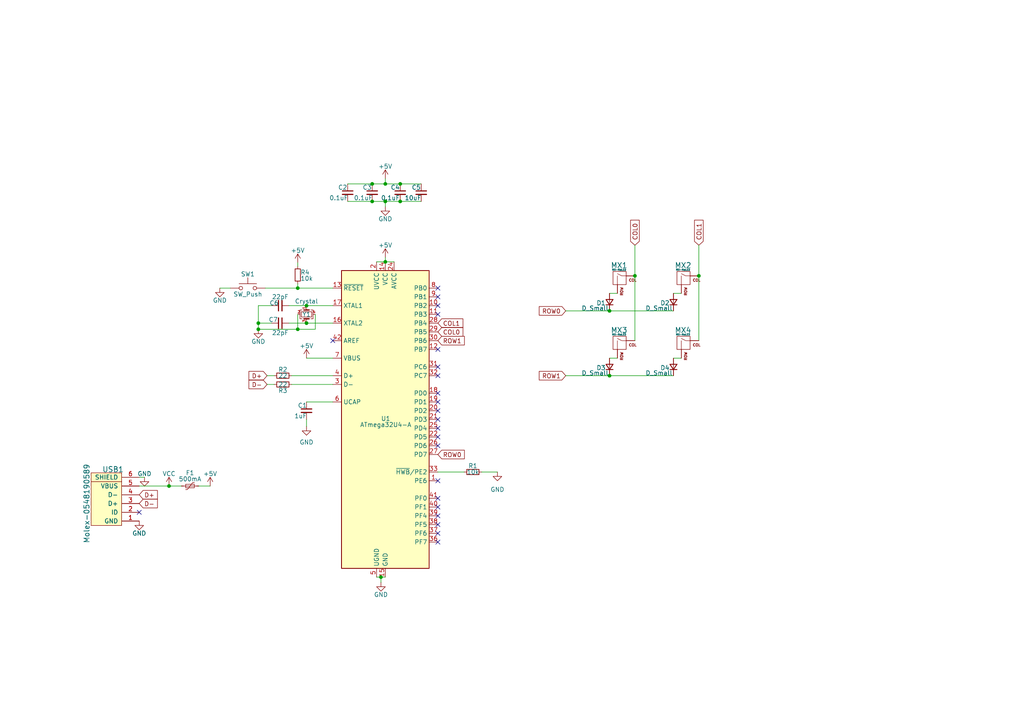
<source format=kicad_sch>
(kicad_sch (version 20211123) (generator eeschema)
  (paper "A4")
  (lib_symbols
    (symbol "Device:C_Small" (pin_numbers hide) (pin_names (offset 0.254) hide)
      (property "Reference" "C" (at 0.254 1.778 0))
      (property "Value" "C_Small" (at 0.254 -2.032 0))
      (symbol "C_Small_0_1"
        (polyline (pts (xy -1.524 -0.508) (xy 1.524 -0.508)) (stroke (width 0.3302)))
        (polyline (pts (xy -1.524 0.508) (xy 1.524 0.508)) (stroke (width 0.3048)))
      )
      (symbol "C_Small_1_1"
        (pin passive line (at 0 2.54 270) (length 2.032) (name "~") (number "1"))
        (pin passive line (at 0 -2.54 90) (length 2.032) (name "~") (number "2"))
      )
    )
    (symbol "Device:Crystal_GND24_Small" (pin_names (offset 1.016) hide)
      (property "Reference" "Y" (at 1.27 4.445 0))
      (property "Value" "Crystal_GND24_Small" (at 1.27 2.54 0))
      (symbol "Crystal_GND24_Small_0_1"
        (rectangle (start -0.762 -1.524) (end 0.762 1.524))
        (polyline (pts (xy -1.27 -0.762) (xy -1.27 0.762)) (stroke (width 0.381)))
        (polyline (pts (xy 1.27 -0.762) (xy 1.27 0.762)) (stroke (width 0.381)))
        (polyline (pts (xy -1.27 -1.27) (xy -1.27 -1.905) (xy 1.27 -1.905) (xy 1.27 -1.27)))
        (polyline (pts (xy -1.27 1.27) (xy -1.27 1.905) (xy 1.27 1.905) (xy 1.27 1.27)))
      )
      (symbol "Crystal_GND24_Small_1_1"
        (pin passive line (at -2.54 0 0) (length 1.27) (name "1") (number "1"))
        (pin passive line (at 0 -2.54 90) (length 0.635) (name "2") (number "2"))
        (pin passive line (at 2.54 0 180) (length 1.27) (name "3") (number "3"))
        (pin passive line (at 0 2.54 270) (length 0.635) (name "4") (number "4"))
      )
    )
    (symbol "Device:D_Small" (pin_numbers hide) (pin_names (offset 0.254) hide)
      (property "Reference" "D" (at -1.27 2.032 0))
      (property "Value" "D_Small" (at -3.81 -2.032 0))
      (symbol "D_Small_0_1"
        (polyline (pts (xy -0.762 -1.016) (xy -0.762 1.016)) (stroke (width 0.254)))
        (polyline (pts (xy -0.762 0) (xy 0.762 0)))
        (polyline (pts (xy 0.762 -1.016) (xy -0.762 0) (xy 0.762 1.016) (xy 0.762 -1.016)) (stroke (width 0.254)))
      )
      (symbol "D_Small_1_1"
        (pin passive line (at -2.54 0 0) (length 1.778) (name "K") (number "1"))
        (pin passive line (at 2.54 0 180) (length 1.778) (name "A") (number "2"))
      )
    )
    (symbol "Device:Polyfuse_Small" (pin_numbers hide) (pin_names (offset 0))
      (property "Reference" "F" (at -1.905 0 90))
      (property "Value" "Polyfuse_Small" (at 1.905 0 90))
      (symbol "Polyfuse_Small_0_1"
        (rectangle (start -0.508 1.27) (end 0.508 -1.27))
        (polyline (pts (xy 0 2.54) (xy 0 -2.54)))
        (polyline (pts (xy -1.016 1.27) (xy -1.016 0.762) (xy 1.016 -0.762) (xy 1.016 -1.27)))
      )
      (symbol "Polyfuse_Small_1_1"
        (pin passive line (at 0 2.54 270) (length 0.635) (name "~") (number "1"))
        (pin passive line (at 0 -2.54 90) (length 0.635) (name "~") (number "2"))
      )
    )
    (symbol "Device:R_Small" (pin_numbers hide) (pin_names (offset 0.254) hide)
      (property "Reference" "R" (at 0.762 0.508 0))
      (property "Value" "R_Small" (at 0.762 -1.016 0))
      (symbol "R_Small_0_1"
        (rectangle (start -0.762 1.778) (end 0.762 -1.778) (stroke (width 0.2032)))
      )
      (symbol "R_Small_1_1"
        (pin passive line (at 0 2.54 270) (length 0.762) (name "~") (number "1"))
        (pin passive line (at 0 -2.54 90) (length 0.762) (name "~") (number "2"))
      )
    )
    (symbol "MCU_Microchip_ATmega:ATmega32U4-A"
      (property "Reference" "U" (at -12.7 44.45 0))
      (property "Value" "ATmega32U4-A" (at 2.54 -44.45 0))
      (symbol "ATmega32U4-A_0_1"
        (rectangle (start -12.7 -43.18) (end 12.7 43.18) (stroke (width 0.254)) (fill (type background)))
      )
      (symbol "ATmega32U4-A_1_1"
        (pin bidirectional line (at 15.24 -17.78 180) (length 2.54) (name "PE6") (number "1"))
        (pin bidirectional line (at 15.24 33.02 180) (length 2.54) (name "PB2") (number "10"))
        (pin bidirectional line (at 15.24 30.48 180) (length 2.54) (name "PB3") (number "11"))
        (pin bidirectional line (at 15.24 20.32 180) (length 2.54) (name "PB7") (number "12"))
        (pin input line (at -15.24 38.1 0) (length 2.54) (name "~{RESET}") (number "13"))
        (pin power_in line (at 0 45.72 270) (length 2.54) (name "VCC") (number "14"))
        (pin power_in line (at 0 -45.72 90) (length 2.54) (name "GND") (number "15"))
        (pin output line (at -15.24 27.94 0) (length 2.54) (name "XTAL2") (number "16"))
        (pin input line (at -15.24 33.02 0) (length 2.54) (name "XTAL1") (number "17"))
        (pin bidirectional line (at 15.24 7.62 180) (length 2.54) (name "PD0") (number "18"))
        (pin bidirectional line (at 15.24 5.08 180) (length 2.54) (name "PD1") (number "19"))
        (pin power_in line (at -2.54 45.72 270) (length 2.54) (name "UVCC") (number "2"))
        (pin bidirectional line (at 15.24 2.54 180) (length 2.54) (name "PD2") (number "20"))
        (pin bidirectional line (at 15.24 0 180) (length 2.54) (name "PD3") (number "21"))
        (pin bidirectional line (at 15.24 -5.08 180) (length 2.54) (name "PD5") (number "22"))
        (pin passive line (at 0 -45.72 90) (length 2.54) hide (name "GND") (number "23"))
        (pin power_in line (at 2.54 45.72 270) (length 2.54) (name "AVCC") (number "24"))
        (pin bidirectional line (at 15.24 -2.54 180) (length 2.54) (name "PD4") (number "25"))
        (pin bidirectional line (at 15.24 -7.62 180) (length 2.54) (name "PD6") (number "26"))
        (pin bidirectional line (at 15.24 -10.16 180) (length 2.54) (name "PD7") (number "27"))
        (pin bidirectional line (at 15.24 27.94 180) (length 2.54) (name "PB4") (number "28"))
        (pin bidirectional line (at 15.24 25.4 180) (length 2.54) (name "PB5") (number "29"))
        (pin bidirectional line (at -15.24 10.16 0) (length 2.54) (name "D-") (number "3"))
        (pin bidirectional line (at 15.24 22.86 180) (length 2.54) (name "PB6") (number "30"))
        (pin bidirectional line (at 15.24 15.24 180) (length 2.54) (name "PC6") (number "31"))
        (pin bidirectional line (at 15.24 12.7 180) (length 2.54) (name "PC7") (number "32"))
        (pin bidirectional line (at 15.24 -15.24 180) (length 2.54) (name "~{HWB}/PE2") (number "33"))
        (pin passive line (at 0 45.72 270) (length 2.54) hide (name "VCC") (number "34"))
        (pin passive line (at 0 -45.72 90) (length 2.54) hide (name "GND") (number "35"))
        (pin bidirectional line (at 15.24 -35.56 180) (length 2.54) (name "PF7") (number "36"))
        (pin bidirectional line (at 15.24 -33.02 180) (length 2.54) (name "PF6") (number "37"))
        (pin bidirectional line (at 15.24 -30.48 180) (length 2.54) (name "PF5") (number "38"))
        (pin bidirectional line (at 15.24 -27.94 180) (length 2.54) (name "PF4") (number "39"))
        (pin bidirectional line (at -15.24 12.7 0) (length 2.54) (name "D+") (number "4"))
        (pin bidirectional line (at 15.24 -25.4 180) (length 2.54) (name "PF1") (number "40"))
        (pin bidirectional line (at 15.24 -22.86 180) (length 2.54) (name "PF0") (number "41"))
        (pin passive line (at -15.24 22.86 0) (length 2.54) (name "AREF") (number "42"))
        (pin passive line (at 0 -45.72 90) (length 2.54) hide (name "GND") (number "43"))
        (pin passive line (at 2.54 45.72 270) (length 2.54) hide (name "AVCC") (number "44"))
        (pin passive line (at -2.54 -45.72 90) (length 2.54) (name "UGND") (number "5"))
        (pin passive line (at -15.24 5.08 0) (length 2.54) (name "UCAP") (number "6"))
        (pin input line (at -15.24 17.78 0) (length 2.54) (name "VBUS") (number "7"))
        (pin bidirectional line (at 15.24 38.1 180) (length 2.54) (name "PB0") (number "8"))
        (pin bidirectional line (at 15.24 35.56 180) (length 2.54) (name "PB1") (number "9"))
      )
    )
    (symbol "MX_Alps_Hybrid:MX-NoLED" (pin_names (offset 1.016))
      (property "Reference" "MX" (at -0.635 3.81 0))
      (property "Value" "MX-NoLED" (at -0.635 1.27 0))
      (symbol "MX-NoLED_0_0"
        (rectangle (start -2.54 2.54) (end 1.27 -1.27))
        (polyline (pts (xy -1.27 -1.27) (xy -1.27 1.27)) (stroke (width 0.127)))
        (polyline (pts (xy 1.27 1.27) (xy 0 1.27) (xy -1.27 1.905)) (stroke (width 0.127)))
        (text "COL" (at 3.175 0 0) (effects (font (size 0.762 0.762))))
        (text "ROW" (at 0 -1.905 900) (effects (font (size 0.762 0.762)) (justify right)))
      )
      (symbol "MX-NoLED_1_1"
        (pin passive line (at 3.81 1.27 180) (length 2.54) (name "COL") (number "1"))
        (pin passive line (at -1.27 -3.81 90) (length 2.54) (name "ROW") (number "2"))
      )
    )
    (symbol "Switch:SW_Push" (pin_numbers hide) (pin_names (offset 1.016) hide)
      (property "Reference" "SW" (at 1.27 2.54 0))
      (property "Value" "SW_Push" (at 0 -1.524 0))
      (symbol "SW_Push_0_1"
        (circle (center -2.032 0) (radius 0.508))
        (polyline (pts (xy 0 1.27) (xy 0 3.048)))
        (polyline (pts (xy 2.54 1.27) (xy -2.54 1.27)))
        (circle (center 2.032 0) (radius 0.508))
        (pin passive line (at -5.08 0 0) (length 2.54) (name "1") (number "1"))
        (pin passive line (at 5.08 0 180) (length 2.54) (name "2") (number "2"))
      )
    )
    (symbol "power:+5V" (power) (pin_names (offset 0))
      (property "Value" "+5V" (at 0 3.556 0))
      (symbol "+5V_0_1"
        (polyline (pts (xy -0.762 1.27) (xy 0 2.54)))
        (polyline (pts (xy 0 0) (xy 0 2.54)))
        (polyline (pts (xy 0 2.54) (xy 0.762 1.27)))
      )
      (symbol "+5V_1_1"
        (pin power_in line (at 0 0 90) (length 0) hide (name "+5V") (number "1"))
      )
    )
    (symbol "power:GND" (power) (pin_names (offset 0))
      (property "Value" "GND" (at 0 -3.81 0))
      (symbol "GND_0_1"
        (polyline (pts (xy 0 0) (xy 0 -1.27) (xy 1.27 -1.27) (xy 0 -2.54) (xy -1.27 -1.27) (xy 0 -1.27)))
      )
      (symbol "GND_1_1"
        (pin power_in line (at 0 0 270) (length 0) hide (name "GND") (number "1"))
      )
    )
    (symbol "power:VCC" (power) (pin_names (offset 0))
      (property "Value" "VCC" (at 0 3.81 0))
      (symbol "VCC_0_1"
        (polyline (pts (xy -0.762 1.27) (xy 0 2.54)))
        (polyline (pts (xy 0 0) (xy 0 2.54)))
        (polyline (pts (xy 0 2.54) (xy 0.762 1.27)))
      )
      (symbol "VCC_1_1"
        (pin power_in line (at 0 0 90) (length 0) hide (name "VCC") (number "1"))
      )
    )
    (symbol "random-keyboard-parts:Molex-0548190589" (pin_names (offset 1.016))
      (property "Reference" "USB" (at 0 7.62 0))
      (property "Value" "Molex-0548190589" (at 0 10.16 0))
      (symbol "Molex-0548190589_0_0"
        (polyline (pts (xy 6.35 -2.54) (xy 6.35 6.35)))
        (rectangle (start 8.89 -2.54) (end -6.35 6.35) (fill (type background)))
      )
      (symbol "Molex-0548190589_1_1"
        (pin input line (at -5.08 -7.62 90) (length 5.08) (name "GND") (number "1"))
        (pin input line (at -2.54 -7.62 90) (length 5.08) (name "ID") (number "2"))
        (pin input line (at 0 -7.62 90) (length 5.08) (name "D+") (number "3"))
        (pin input line (at 2.54 -7.62 90) (length 5.08) (name "D-") (number "4"))
        (pin input line (at 5.08 -7.62 90) (length 5.08) (name "VBUS") (number "5"))
        (pin input line (at 7.62 -7.62 90) (length 5.08) (name "SHIELD") (number "6"))
      )
    )
  )
  (junction (at 49.022 140.97))
  (junction (at 111.76 58.42))
  (junction (at 116.078 53.34))
  (junction (at 184.15 80.01))
  (junction (at 74.93 95.504))
  (junction (at 111.76 53.34))
  (junction (at 176.784 108.966))
  (junction (at 111.76 75.946))
  (junction (at 202.692 80.01))
  (junction (at 107.95 58.42))
  (junction (at 116.078 58.42))
  (junction (at 88.9 93.726))
  (junction (at 88.9 88.646))
  (junction (at 86.36 95.504))
  (junction (at 110.49 167.386))
  (junction (at 74.93 93.726))
  (junction (at 86.36 83.566))
  (junction (at 176.784 90.17))
  (junction (at 107.95 53.34))
  (no_connect (at 96.52 98.806))
  (no_connect (at 127 108.966))
  (no_connect (at 127 106.426))
  (no_connect (at 127 124.206))
  (no_connect (at 127 121.666))
  (no_connect (at 127 119.126))
  (no_connect (at 127 116.586))
  (no_connect (at 127 114.046))
  (no_connect (at 127 83.566))
  (no_connect (at 127 91.186))
  (no_connect (at 127 88.646))
  (no_connect (at 127 86.106))
  (no_connect (at 127 101.346))
  (no_connect (at 40.386 148.59))
  (no_connect (at 127 157.226))
  (no_connect (at 127 154.686))
  (no_connect (at 127 152.146))
  (no_connect (at 127 149.606))
  (no_connect (at 127 147.066))
  (no_connect (at 127 144.526))
  (no_connect (at 127 139.446))
  (no_connect (at 127 126.746))
  (no_connect (at 127 129.286))
  (wire (pts (xy 88.9 121.666) (xy 88.9 123.698)))
  (wire (pts (xy 86.36 76.2) (xy 86.36 77.216)))
  (wire (pts (xy 127 136.906) (xy 134.62 136.906)))
  (wire (pts (xy 111.76 58.42) (xy 111.76 59.944)))
  (wire (pts (xy 202.692 71.12) (xy 202.692 80.01)))
  (wire (pts (xy 86.36 83.566) (xy 96.52 83.566)))
  (wire (pts (xy 84.582 111.506) (xy 96.52 111.506)))
  (wire (pts (xy 76.962 83.566) (xy 86.36 83.566)))
  (wire (pts (xy 107.95 53.34) (xy 111.76 53.34)))
  (wire (pts (xy 107.95 58.42) (xy 111.76 58.42)))
  (wire (pts (xy 164.084 108.966) (xy 176.784 108.966)))
  (wire (pts (xy 111.76 58.42) (xy 116.078 58.42)))
  (wire (pts (xy 176.784 103.886) (xy 179.07 103.886)))
  (wire (pts (xy 88.9 93.726) (xy 96.52 93.726)))
  (wire (pts (xy 110.49 167.386) (xy 110.49 168.91)))
  (wire (pts (xy 116.078 53.34) (xy 122.174 53.34)))
  (wire (pts (xy 40.386 140.97) (xy 49.022 140.97)))
  (wire (pts (xy 116.078 58.42) (xy 122.174 58.42)))
  (wire (pts (xy 109.22 75.946) (xy 111.76 75.946)))
  (wire (pts (xy 100.838 58.42) (xy 107.95 58.42)))
  (wire (pts (xy 88.9 103.886) (xy 96.52 103.886)))
  (wire (pts (xy 176.784 90.17) (xy 195.326 90.17)))
  (wire (pts (xy 49.022 140.97) (xy 52.578 140.97)))
  (wire (pts (xy 110.49 167.386) (xy 111.76 167.386)))
  (wire (pts (xy 83.82 88.646) (xy 88.9 88.646)))
  (wire (pts (xy 86.36 91.186) (xy 86.36 95.504)))
  (wire (pts (xy 176.784 85.09) (xy 179.07 85.09)))
  (wire (pts (xy 57.658 140.97) (xy 60.96 140.97)))
  (wire (pts (xy 74.93 93.726) (xy 78.74 93.726)))
  (wire (pts (xy 111.76 74.676) (xy 111.76 75.946)))
  (wire (pts (xy 63.754 83.566) (xy 66.802 83.566)))
  (wire (pts (xy 195.326 85.09) (xy 197.612 85.09)))
  (wire (pts (xy 86.36 95.504) (xy 91.44 95.504)))
  (wire (pts (xy 91.44 91.186) (xy 91.44 95.504)))
  (wire (pts (xy 195.326 103.886) (xy 197.612 103.886)))
  (wire (pts (xy 77.47 111.506) (xy 79.502 111.506)))
  (wire (pts (xy 164.084 90.17) (xy 176.784 90.17)))
  (wire (pts (xy 74.93 88.646) (xy 74.93 93.726)))
  (wire (pts (xy 202.692 80.01) (xy 202.692 98.806)))
  (wire (pts (xy 111.76 53.34) (xy 116.078 53.34)))
  (wire (pts (xy 86.36 82.296) (xy 86.36 83.566)))
  (wire (pts (xy 74.93 88.646) (xy 78.74 88.646)))
  (wire (pts (xy 84.582 108.966) (xy 96.52 108.966)))
  (wire (pts (xy 88.9 116.586) (xy 96.52 116.586)))
  (wire (pts (xy 40.386 138.43) (xy 41.91 138.43)))
  (wire (pts (xy 74.93 93.726) (xy 74.93 95.504)))
  (wire (pts (xy 109.22 167.386) (xy 110.49 167.386)))
  (wire (pts (xy 88.9 88.646) (xy 96.52 88.646)))
  (wire (pts (xy 83.82 93.726) (xy 88.9 93.726)))
  (wire (pts (xy 100.838 53.34) (xy 107.95 53.34)))
  (wire (pts (xy 74.93 95.504) (xy 86.36 95.504)))
  (wire (pts (xy 77.47 108.966) (xy 79.502 108.966)))
  (wire (pts (xy 139.7 136.906) (xy 144.272 136.906)))
  (wire (pts (xy 176.784 108.966) (xy 195.326 108.966)))
  (wire (pts (xy 184.15 80.01) (xy 184.15 98.806)))
  (wire (pts (xy 184.15 71.12) (xy 184.15 80.01)))
  (wire (pts (xy 111.76 51.816) (xy 111.76 53.34)))
  (wire (pts (xy 111.76 75.946) (xy 114.3 75.946)))
  (global_label "D-" (shape input) (at 40.386 146.05 0) (property "Intersheet References" "${INTERSHEET_REFS}" (effects hide)))
  (global_label "COL0" (shape input) (at 184.15 71.12 90) (property "Intersheet References" "${INTERSHEET_REFS}" (effects hide)))
  (global_label "COL0" (shape input) (at 127 96.266 0) (property "Intersheet References" "${INTERSHEET_REFS}" (effects hide)))
  (global_label "ROW1" (shape input) (at 164.084 108.966 180) (property "Intersheet References" "${INTERSHEET_REFS}" (effects hide)))
  (global_label "ROW0" (shape input) (at 164.084 90.17 180) (property "Intersheet References" "${INTERSHEET_REFS}" (effects hide)))
  (global_label "D+" (shape input) (at 40.386 143.51 0) (property "Intersheet References" "${INTERSHEET_REFS}" (effects hide)))
  (global_label "D-" (shape input) (at 77.47 111.506 180) (property "Intersheet References" "${INTERSHEET_REFS}" (effects hide)))
  (global_label "COL1" (shape input) (at 202.692 71.12 90) (property "Intersheet References" "${INTERSHEET_REFS}" (effects hide)))
  (global_label "D+" (shape input) (at 77.47 108.966 180) (property "Intersheet References" "${INTERSHEET_REFS}" (effects hide)))
  (global_label "ROW1" (shape input) (at 127 98.806 0) (property "Intersheet References" "${INTERSHEET_REFS}" (effects hide)))
  (global_label "ROW0" (shape input) (at 127 131.826 0) (property "Intersheet References" "${INTERSHEET_REFS}" (effects hide)))
  (global_label "COL1" (shape input) (at 127 93.726 0) (property "Intersheet References" "${INTERSHEET_REFS}" (effects hide)))
  (symbol (lib_id "Device:C_Small") (at 122.174 55.88 0) (unit 1)
    (property "Reference" "C5" (at 119.38 54.356 0) (effects (justify left)))
    (property "Value" "10uF" (at 117.348 57.404 0) (effects (justify left)))
    (property "Footprint" "Capacitor_SMD:C_0805_2012Metric" (effects hide))
  )
  (symbol (lib_id "MX_Alps_Hybrid:MX-NoLED") (at 198.882 100.076 0) (unit 1)
    (property "Reference" "MX4" (at 198.12 95.758 0) (effects (font (size 1.524 1.524))))
    (property "Value" "MX-NoLED" (at 198.12 97.028 0) (effects (font (size 0.508 0.508))))
    (property "Footprint" "MX_Alps_Hybrid:MX-1U" (effects hide))
  )
  (symbol (lib_id "power:GND") (at 111.76 59.944 0) (unit 1)
    (property "Reference" "#PWR0113" (effects hide))
    (property "Value" "GND" (at 111.76 63.5 0))
  )
  (symbol (lib_id "Device:R_Small") (at 137.16 136.906 90) (unit 1)
    (property "Reference" "R1" (at 137.16 135.128 90))
    (property "Value" "10k" (at 137.16 136.906 90))
    (property "Footprint" "Resistor_SMD:R_0805_2012Metric" (effects hide))
  )
  (symbol (lib_id "MX_Alps_Hybrid:MX-NoLED") (at 180.34 81.28 0) (unit 1)
    (property "Reference" "MX1" (at 179.578 76.962 0) (effects (font (size 1.524 1.524))))
    (property "Value" "MX-NoLED" (at 179.578 78.232 0) (effects (font (size 0.508 0.508))))
    (property "Footprint" "MX_Alps_Hybrid:MX-1U" (effects hide))
  )
  (symbol (lib_id "power:+5V") (at 88.9 103.886 0) (unit 1)
    (property "Reference" "#PWR0104" (effects hide))
    (property "Value" "+5V" (at 88.9 100.33 0))
  )
  (symbol (lib_id "power:GND") (at 40.386 151.13 0) (unit 1)
    (property "Reference" "#PWR0110" (effects hide))
    (property "Value" "GND" (at 40.386 154.686 0))
  )
  (symbol (lib_id "Device:D_Small") (at 195.326 87.63 90) (unit 1)
    (property "Reference" "D2" (at 191.516 87.884 90) (effects (justify right)))
    (property "Value" "D_Small" (at 187.198 89.408 90) (effects (justify right)))
    (property "Footprint" "Diode_SMD:D_SOD-123" (effects hide))
  )
  (symbol (lib_id "Device:D_Small") (at 176.784 87.63 90) (unit 1)
    (property "Reference" "D1" (at 172.974 87.884 90) (effects (justify right)))
    (property "Value" "D_Small" (at 168.656 89.408 90) (effects (justify right)))
    (property "Footprint" "Diode_SMD:D_SOD-123" (effects hide))
  )
  (symbol (lib_id "Device:Crystal_GND24_Small") (at 88.9 91.186 270) (unit 1)
    (property "Reference" "Y1" (at 88.9 91.186 90))
    (property "Value" "Crystal" (at 88.9 87.376 90))
    (property "Footprint" "Crystal:Crystal_SMD_3225-4Pin_3.2x2.5mm" (effects hide))
  )
  (symbol (lib_id "power:VCC") (at 49.022 140.97 0) (unit 1)
    (property "Reference" "#PWR0108" (effects hide))
    (property "Value" "VCC" (at 49.022 137.414 0))
  )
  (symbol (lib_id "Device:C_Small") (at 107.95 55.88 0) (unit 1)
    (property "Reference" "C3" (at 105.156 54.356 0) (effects (justify left)))
    (property "Value" "0.1uF" (at 102.616 57.404 0) (effects (justify left)))
    (property "Footprint" "Capacitor_SMD:C_0805_2012Metric" (effects hide))
  )
  (symbol (lib_id "power:+5V") (at 111.76 51.816 0) (unit 1)
    (property "Reference" "#PWR0112" (effects hide))
    (property "Value" "+5V" (at 111.76 48.26 0))
  )
  (symbol (lib_id "Device:R_Small") (at 82.042 108.966 90) (unit 1)
    (property "Reference" "R2" (at 82.042 107.188 90))
    (property "Value" "22" (at 82.042 108.966 90))
    (property "Footprint" "Resistor_SMD:R_0805_2012Metric" (effects hide))
  )
  (symbol (lib_id "power:+5V") (at 60.96 140.97 0) (unit 1)
    (property "Reference" "#PWR0109" (effects hide))
    (property "Value" "+5V" (at 60.96 137.414 0))
  )
  (symbol (lib_id "power:GND") (at 41.91 138.43 0) (unit 1)
    (property "Reference" "#PWR0111" (effects hide))
    (property "Value" "GND" (at 41.91 137.414 0))
  )
  (symbol (lib_id "power:GND") (at 110.49 168.91 0) (unit 1)
    (property "Reference" "#PWR0101" (effects hide))
    (property "Value" "GND" (at 110.49 172.466 0))
  )
  (symbol (lib_id "power:GND") (at 88.9 123.698 0) (unit 1)
    (property "Reference" "#PWR0103" (effects hide))
    (property "Value" "GND" (at 88.9 128.27 0))
  )
  (symbol (lib_id "random-keyboard-parts:Molex-0548190589") (at 32.766 146.05 90) (unit 1)
    (property "Reference" "USB1" (at 32.766 136.144 90) (effects (font (size 1.524 1.524))))
    (property "Value" "Molex-0548190589" (at 25.146 146.05 0) (effects (font (size 1.524 1.524))))
    (property "Footprint" "random-keyboard-parts:Molex-0548190589" (effects hide))
  )
  (symbol (lib_id "power:GND") (at 74.93 95.504 0) (unit 1)
    (property "Reference" "#PWR0105" (effects hide))
    (property "Value" "GND" (at 74.93 99.06 0))
  )
  (symbol (lib_id "Device:C_Small") (at 81.28 93.726 270) (unit 1)
    (property "Reference" "C7" (at 79.248 92.71 90))
    (property "Value" "22pF" (at 81.28 96.52 90))
    (property "Footprint" "Capacitor_SMD:C_0805_2012Metric" (effects hide))
  )
  (symbol (lib_id "Switch:SW_Push") (at 71.882 83.566 0) (unit 1)
    (property "Reference" "SW1" (at 71.882 79.502 0))
    (property "Value" "SW_Push" (at 71.882 85.344 0))
    (property "Footprint" "random-keyboard-parts:SKQG-1155865" (effects hide))
  )
  (symbol (lib_id "Device:Polyfuse_Small") (at 55.118 140.97 90) (unit 1)
    (property "Reference" "F1" (at 55.118 137.16 90))
    (property "Value" "500mA" (at 55.118 138.938 90))
    (property "Footprint" "Fuse:Fuse_1206_3216Metric" (effects hide))
  )
  (symbol (lib_id "power:GND") (at 144.272 136.906 0) (unit 1)
    (property "Reference" "#PWR0102" (effects hide))
    (property "Value" "GND" (at 144.272 141.986 0))
  )
  (symbol (lib_id "Device:C_Small") (at 88.9 119.126 0) (unit 1)
    (property "Reference" "C1" (at 86.36 117.602 0) (effects (justify left)))
    (property "Value" "1uF" (at 85.344 120.65 0) (effects (justify left)))
    (property "Footprint" "Capacitor_SMD:C_0805_2012Metric" (effects hide))
  )
  (symbol (lib_id "Device:D_Small") (at 195.326 106.426 90) (unit 1)
    (property "Reference" "D4" (at 191.516 106.68 90) (effects (justify right)))
    (property "Value" "D_Small" (at 187.198 108.204 90) (effects (justify right)))
    (property "Footprint" "Diode_SMD:D_SOD-123" (effects hide))
  )
  (symbol (lib_id "power:+5V") (at 111.76 74.676 0) (unit 1)
    (property "Reference" "#PWR0114" (effects hide))
    (property "Value" "+5V" (at 111.76 71.12 0))
  )
  (symbol (lib_id "Device:D_Small") (at 176.784 106.426 90) (unit 1)
    (property "Reference" "D3" (at 172.974 106.68 90) (effects (justify right)))
    (property "Value" "D_Small" (at 168.656 108.204 90) (effects (justify right)))
    (property "Footprint" "Diode_SMD:D_SOD-123" (effects hide))
  )
  (symbol (lib_id "power:GND") (at 63.754 83.566 0) (unit 1)
    (property "Reference" "#PWR0106" (effects hide))
    (property "Value" "GND" (at 63.754 87.122 0))
  )
  (symbol (lib_id "power:+5V") (at 86.36 76.2 0) (unit 1)
    (property "Reference" "#PWR0107" (effects hide))
    (property "Value" "+5V" (at 86.36 72.644 0))
  )
  (symbol (lib_id "MX_Alps_Hybrid:MX-NoLED") (at 180.34 100.076 0) (unit 1)
    (property "Reference" "MX3" (at 179.578 95.758 0) (effects (font (size 1.524 1.524))))
    (property "Value" "MX-NoLED" (at 179.578 97.028 0) (effects (font (size 0.508 0.508))))
    (property "Footprint" "MX_Alps_Hybrid:MX-1U" (effects hide))
  )
  (symbol (lib_id "Device:R_Small") (at 82.042 111.506 270) (unit 1)
    (property "Reference" "R3" (at 82.042 113.284 90))
    (property "Value" "22" (at 82.042 111.506 90))
    (property "Footprint" "Resistor_SMD:R_0805_2012Metric" (effects hide))
  )
  (symbol (lib_id "Device:C_Small") (at 81.28 88.646 90) (unit 1)
    (property "Reference" "C6" (at 79.502 87.884 90))
    (property "Value" "22pF" (at 81.28 86.106 90))
    (property "Footprint" "Capacitor_SMD:C_0805_2012Metric" (effects hide))
  )
  (symbol (lib_id "MX_Alps_Hybrid:MX-NoLED") (at 198.882 81.28 0) (unit 1)
    (property "Reference" "MX2" (at 198.12 76.962 0) (effects (font (size 1.524 1.524))))
    (property "Value" "MX-NoLED" (at 198.12 78.232 0) (effects (font (size 0.508 0.508))))
    (property "Footprint" "MX_Alps_Hybrid:MX-1U" (effects hide))
  )
  (symbol (lib_id "Device:C_Small") (at 116.078 55.88 0) (unit 1)
    (property "Reference" "C4" (at 113.284 54.356 0) (effects (justify left)))
    (property "Value" "0.1uF" (at 110.49 57.404 0) (effects (justify left)))
    (property "Footprint" "Capacitor_SMD:C_0805_2012Metric" (effects hide))
  )
  (symbol (lib_id "Device:C_Small") (at 100.838 55.88 0) (unit 1)
    (property "Reference" "C2" (at 98.044 54.356 0) (effects (justify left)))
    (property "Value" "0.1uF" (at 95.504 57.404 0) (effects (justify left)))
    (property "Footprint" "Capacitor_SMD:C_0805_2012Metric" (effects hide))
  )
  (symbol (lib_id "Device:R_Small") (at 86.36 79.756 0) (unit 1)
    (property "Reference" "R4" (at 87.122 78.994 0) (effects (justify left)))
    (property "Value" "10k" (at 87.122 80.772 0) (effects (justify left)))
    (property "Footprint" "Resistor_SMD:R_0805_2012Metric" (effects hide))
  )
  (symbol (lib_id "MCU_Microchip_ATmega:ATmega32U4-A") (at 111.76 121.666 0) (unit 1)
    (property "Reference" "U1" (at 110.49 121.412 0) (effects (justify left)))
    (property "Value" "ATmega32U4-A" (at 104.394 123.19 0) (effects (justify left)))
    (property "Footprint" "Package_QFP:TQFP-44_10x10mm_P0.8mm" (effects hide))
    (property "Datasheet" "http://ww1.microchip.com/downloads/en/DeviceDoc/Atmel-7766-8-bit-AVR-ATmega16U4-32U4_Datasheet.pdf" (effects hide))
  )
)
</source>
